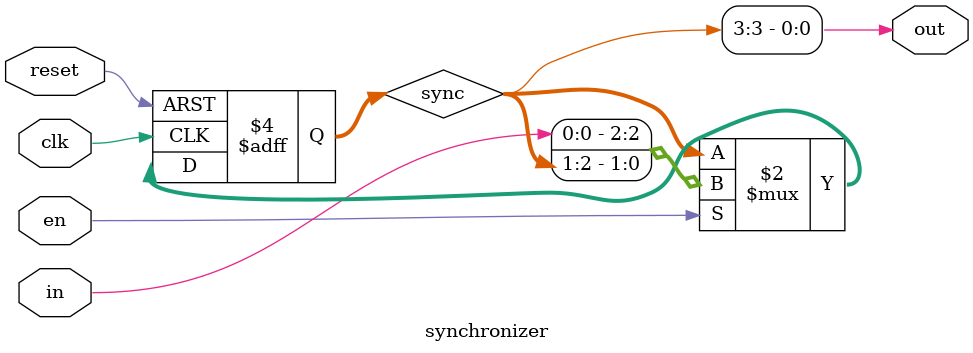
<source format=sv>
/* Synchronizer */

module synchronizer
  (input  wire reset, // reset
   input  wire clk,   // clock
   input  wire en,    // clock enable
   input  wire in,    // input
   output wire out);  // synchronized output

   logic [1:3] sync;

   always_ff @(posedge clk or posedge reset)
     if (reset)
       sync <= '0;
     else
       if (en)
         sync <= {in, sync[1 : $right(sync) - 1]};

   assign out = sync[3];
endmodule

</source>
